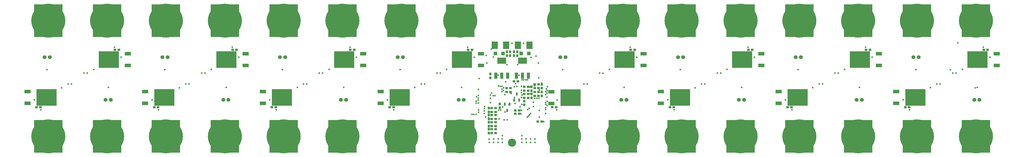
<source format=gbs>
G04*
G04 #@! TF.GenerationSoftware,Altium Limited,Altium Designer,19.0.14 (431)*
G04*
G04 Layer_Color=16711935*
%FSLAX25Y25*%
%MOIN*%
G70*
G01*
G75*
%ADD33R,0.03950X0.03753*%
%ADD34R,0.03753X0.03950*%
%ADD39R,0.03162X0.04737*%
%ADD43C,0.05918*%
%ADD44C,0.12611*%
%ADD45C,0.04737*%
%ADD46C,0.02572*%
%ADD65R,0.43307X0.50000*%
%ADD67R,0.09300X0.11599*%
%ADD68R,0.05524X0.05524*%
%ADD69R,0.30800X0.25800*%
%ADD70R,0.09461X0.05524*%
%ADD71R,0.13595X0.09265*%
%ADD72R,0.04737X0.09265*%
%ADD73C,0.51981*%
D33*
X39370Y-65945D02*
D03*
X45276D02*
D03*
X-2559Y-14764D02*
D03*
X-8465D02*
D03*
X-2559Y-20472D02*
D03*
X-8465D02*
D03*
X4921Y-54134D02*
D03*
X10827D02*
D03*
X4921Y-48819D02*
D03*
X10827D02*
D03*
X8858Y-4328D02*
D03*
X2953D02*
D03*
X18701Y-23622D02*
D03*
X24606D02*
D03*
X-25197Y-77756D02*
D03*
X-31102D02*
D03*
X34449Y-8858D02*
D03*
X40354D02*
D03*
X-25197Y-56102D02*
D03*
X-31102D02*
D03*
X-25197Y-45276D02*
D03*
X-31102D02*
D03*
X18701Y-29528D02*
D03*
X24606D02*
D03*
X-25197Y-62008D02*
D03*
X-31102D02*
D03*
X18701Y-12795D02*
D03*
X24606D02*
D03*
X-25197Y-66929D02*
D03*
X-31102D02*
D03*
X34449Y-20669D02*
D03*
X40354D02*
D03*
X18701Y-18701D02*
D03*
X24606D02*
D03*
X-25197Y-83661D02*
D03*
X-31102D02*
D03*
X-25197Y-72835D02*
D03*
X-31102D02*
D03*
X34449Y-14764D02*
D03*
X40354D02*
D03*
X34449Y-26575D02*
D03*
X40354D02*
D03*
X-25197Y-51181D02*
D03*
X-31102D02*
D03*
X605709Y-44094D02*
D03*
X599803D02*
D03*
X426181D02*
D03*
X420276D02*
D03*
X246654D02*
D03*
X240748D02*
D03*
X67126D02*
D03*
X61221D02*
D03*
X719488Y44094D02*
D03*
X725394D02*
D03*
X539961D02*
D03*
X545866D02*
D03*
X360433D02*
D03*
X366339D02*
D03*
X180905D02*
D03*
X186811D02*
D03*
X-67126D02*
D03*
X-61221D02*
D03*
X-246654D02*
D03*
X-240748D02*
D03*
X-426181D02*
D03*
X-420276D02*
D03*
X-180905Y-44094D02*
D03*
X-186811D02*
D03*
X-360433D02*
D03*
X-366339D02*
D03*
X-539961D02*
D03*
X-545866D02*
D03*
X-605709Y44094D02*
D03*
X-599803D02*
D03*
X-719488Y-44094D02*
D03*
X-725394D02*
D03*
D34*
X-33071Y984D02*
D03*
Y6890D02*
D03*
X7874Y40945D02*
D03*
Y35039D02*
D03*
X-7874Y40945D02*
D03*
Y35039D02*
D03*
X2953Y40945D02*
D03*
Y35039D02*
D03*
X-2953Y40945D02*
D03*
Y35039D02*
D03*
X18701Y-40438D02*
D03*
Y-34533D02*
D03*
X-18758Y-44753D02*
D03*
Y-38848D02*
D03*
X29528Y-29528D02*
D03*
Y-23622D02*
D03*
Y-18701D02*
D03*
Y-12795D02*
D03*
X-35433Y-66929D02*
D03*
Y-72835D02*
D03*
Y-56102D02*
D03*
Y-62008D02*
D03*
Y-77756D02*
D03*
Y-83661D02*
D03*
X45276Y-8858D02*
D03*
Y-14764D02*
D03*
Y-26575D02*
D03*
Y-20669D02*
D03*
X-35433Y-45276D02*
D03*
Y-51181D02*
D03*
D39*
X-7480Y-48819D02*
D03*
X-3740Y-39370D02*
D03*
X-11220D02*
D03*
X7087Y-23622D02*
D03*
X3347Y-33071D02*
D03*
X10827D02*
D03*
D43*
X712992Y-32677D02*
D03*
X705118D02*
D03*
X612205Y32677D02*
D03*
X620079D02*
D03*
X533465Y-32677D02*
D03*
X525591D02*
D03*
X432677Y32677D02*
D03*
X440551D02*
D03*
X353937Y-32677D02*
D03*
X346063D02*
D03*
X253150Y32677D02*
D03*
X261024D02*
D03*
X174409Y-32677D02*
D03*
X166535D02*
D03*
X73622Y32677D02*
D03*
X81496D02*
D03*
X-73622Y-32677D02*
D03*
X-81496D02*
D03*
X-174409Y32677D02*
D03*
X-166535D02*
D03*
X-253150Y-32677D02*
D03*
X-261024D02*
D03*
X-353937Y32677D02*
D03*
X-346063D02*
D03*
X-432677Y-32677D02*
D03*
X-440551D02*
D03*
X-533465Y32677D02*
D03*
X-525591D02*
D03*
X-612205Y-32677D02*
D03*
X-620079D02*
D03*
X-712992Y32677D02*
D03*
X-705118D02*
D03*
D44*
X0Y-98425D02*
D03*
D45*
X707480Y104331D02*
D03*
X702094Y103381D02*
D03*
X697358Y100646D02*
D03*
X693842Y96457D02*
D03*
X691971Y91317D02*
D03*
Y85848D02*
D03*
X693842Y80709D02*
D03*
X697358Y76519D02*
D03*
X702094Y73784D02*
D03*
X707480Y72835D02*
D03*
X712866Y73784D02*
D03*
X717603Y76519D02*
D03*
X721118Y80709D02*
D03*
X722989Y85848D02*
D03*
X722989Y91317D02*
D03*
X721118Y96457D02*
D03*
X717603Y100646D02*
D03*
X712866Y103381D02*
D03*
X707480Y-104331D02*
D03*
X712866Y-103381D02*
D03*
X717603Y-100646D02*
D03*
X721118Y-96457D02*
D03*
X722989Y-91317D02*
D03*
X722989Y-85848D02*
D03*
X721118Y-80709D02*
D03*
X717603Y-76519D02*
D03*
X712866Y-73784D02*
D03*
X707480Y-72835D02*
D03*
X702094Y-73784D02*
D03*
X697358Y-76519D02*
D03*
X693842Y-80709D02*
D03*
X691971Y-85848D02*
D03*
X691971Y-91317D02*
D03*
X693842Y-96457D02*
D03*
X697358Y-100646D02*
D03*
X702094Y-103381D02*
D03*
X617717Y-104331D02*
D03*
X623103Y-103381D02*
D03*
X627839Y-100646D02*
D03*
X631355Y-96457D02*
D03*
X633225Y-91317D02*
D03*
Y-85848D02*
D03*
X631355Y-80709D02*
D03*
X627839Y-76519D02*
D03*
X623103Y-73784D02*
D03*
X617717Y-72835D02*
D03*
X612330Y-73784D02*
D03*
X607594Y-76519D02*
D03*
X604078Y-80709D02*
D03*
X602208Y-85848D02*
D03*
X602208Y-91317D02*
D03*
X604078Y-96457D02*
D03*
X607594Y-100646D02*
D03*
X612330Y-103381D02*
D03*
X617717Y104331D02*
D03*
X612330Y103381D02*
D03*
X607594Y100646D02*
D03*
X604078Y96457D02*
D03*
X602208Y91317D02*
D03*
X602208Y85848D02*
D03*
X604078Y80709D02*
D03*
X607594Y76519D02*
D03*
X612330Y73784D02*
D03*
X617717Y72835D02*
D03*
X623103Y73784D02*
D03*
X627839Y76519D02*
D03*
X631355Y80709D02*
D03*
X633225Y85848D02*
D03*
X633225Y91317D02*
D03*
X631355Y96457D02*
D03*
X627839Y100646D02*
D03*
X623103Y103381D02*
D03*
X527953Y104331D02*
D03*
X522567Y103381D02*
D03*
X517830Y100646D02*
D03*
X514315Y96457D02*
D03*
X512444Y91317D02*
D03*
Y85848D02*
D03*
X514315Y80709D02*
D03*
X517830Y76519D02*
D03*
X522567Y73784D02*
D03*
X527953Y72835D02*
D03*
X533339Y73784D02*
D03*
X538075Y76519D02*
D03*
X541591Y80709D02*
D03*
X543462Y85848D02*
D03*
X543462Y91317D02*
D03*
X541591Y96457D02*
D03*
X538075Y100646D02*
D03*
X533339Y103381D02*
D03*
X527953Y-104331D02*
D03*
X533339Y-103381D02*
D03*
X538075Y-100646D02*
D03*
X541591Y-96457D02*
D03*
X543462Y-91317D02*
D03*
X543462Y-85848D02*
D03*
X541591Y-80709D02*
D03*
X538075Y-76519D02*
D03*
X533339Y-73784D02*
D03*
X527953Y-72835D02*
D03*
X522567Y-73784D02*
D03*
X517830Y-76519D02*
D03*
X514315Y-80709D02*
D03*
X512444Y-85848D02*
D03*
X512444Y-91317D02*
D03*
X514315Y-96457D02*
D03*
X517830Y-100646D02*
D03*
X522567Y-103381D02*
D03*
X438189Y-104331D02*
D03*
X443575Y-103381D02*
D03*
X448312Y-100646D02*
D03*
X451827Y-96457D02*
D03*
X453698Y-91317D02*
D03*
Y-85848D02*
D03*
X451827Y-80709D02*
D03*
X448312Y-76519D02*
D03*
X443575Y-73784D02*
D03*
X438189Y-72835D02*
D03*
X432803Y-73784D02*
D03*
X428066Y-76519D02*
D03*
X424551Y-80709D02*
D03*
X422680Y-85848D02*
D03*
X422680Y-91317D02*
D03*
X424551Y-96457D02*
D03*
X428066Y-100646D02*
D03*
X432803Y-103381D02*
D03*
X438189Y104331D02*
D03*
X432803Y103381D02*
D03*
X428066Y100646D02*
D03*
X424551Y96457D02*
D03*
X422680Y91317D02*
D03*
X422680Y85848D02*
D03*
X424551Y80709D02*
D03*
X428066Y76519D02*
D03*
X432803Y73784D02*
D03*
X438189Y72835D02*
D03*
X443575Y73784D02*
D03*
X448312Y76519D02*
D03*
X451827Y80709D02*
D03*
X453698Y85848D02*
D03*
X453698Y91317D02*
D03*
X451827Y96457D02*
D03*
X448312Y100646D02*
D03*
X443575Y103381D02*
D03*
X348425Y104331D02*
D03*
X343039Y103381D02*
D03*
X338303Y100646D02*
D03*
X334787Y96457D02*
D03*
X332916Y91317D02*
D03*
Y85848D02*
D03*
X334787Y80709D02*
D03*
X338303Y76519D02*
D03*
X343039Y73784D02*
D03*
X348425Y72835D02*
D03*
X353811Y73784D02*
D03*
X358548Y76519D02*
D03*
X362063Y80709D02*
D03*
X363934Y85848D02*
D03*
X363934Y91317D02*
D03*
X362063Y96457D02*
D03*
X358548Y100646D02*
D03*
X353811Y103381D02*
D03*
X348425Y-104331D02*
D03*
X353811Y-103381D02*
D03*
X358548Y-100646D02*
D03*
X362063Y-96457D02*
D03*
X363934Y-91317D02*
D03*
X363934Y-85848D02*
D03*
X362063Y-80709D02*
D03*
X358548Y-76519D02*
D03*
X353811Y-73784D02*
D03*
X348425Y-72835D02*
D03*
X343039Y-73784D02*
D03*
X338302Y-76519D02*
D03*
X334787Y-80709D02*
D03*
X332916Y-85848D02*
D03*
X332916Y-91317D02*
D03*
X334787Y-96457D02*
D03*
X338303Y-100646D02*
D03*
X343039Y-103381D02*
D03*
X258661Y-104331D02*
D03*
X264048Y-103381D02*
D03*
X268784Y-100646D02*
D03*
X272300Y-96457D02*
D03*
X274170Y-91317D02*
D03*
Y-85848D02*
D03*
X272300Y-80709D02*
D03*
X268784Y-76519D02*
D03*
X264048Y-73784D02*
D03*
X258661Y-72835D02*
D03*
X253275Y-73784D02*
D03*
X248539Y-76519D02*
D03*
X245023Y-80709D02*
D03*
X243153Y-85848D02*
D03*
X243153Y-91317D02*
D03*
X245023Y-96457D02*
D03*
X248539Y-100646D02*
D03*
X253275Y-103381D02*
D03*
X258661Y104331D02*
D03*
X253275Y103381D02*
D03*
X248539Y100646D02*
D03*
X245023Y96457D02*
D03*
X243153Y91317D02*
D03*
X243153Y85848D02*
D03*
X245023Y80709D02*
D03*
X248539Y76519D02*
D03*
X253275Y73784D02*
D03*
X258661Y72835D02*
D03*
X264048Y73784D02*
D03*
X268784Y76519D02*
D03*
X272300Y80709D02*
D03*
X274170Y85848D02*
D03*
X274170Y91317D02*
D03*
X272300Y96457D02*
D03*
X268784Y100646D02*
D03*
X264048Y103381D02*
D03*
X168898Y104331D02*
D03*
X163512Y103381D02*
D03*
X158775Y100646D02*
D03*
X155259Y96457D02*
D03*
X153389Y91317D02*
D03*
Y85848D02*
D03*
X155259Y80709D02*
D03*
X158775Y76519D02*
D03*
X163512Y73784D02*
D03*
X168898Y72835D02*
D03*
X174284Y73784D02*
D03*
X179020Y76519D02*
D03*
X182536Y80709D02*
D03*
X184406Y85848D02*
D03*
X184406Y91317D02*
D03*
X182536Y96457D02*
D03*
X179020Y100646D02*
D03*
X174284Y103381D02*
D03*
X168898Y-104331D02*
D03*
X174284Y-103381D02*
D03*
X179020Y-100646D02*
D03*
X182536Y-96457D02*
D03*
X184406Y-91317D02*
D03*
X184406Y-85848D02*
D03*
X182536Y-80709D02*
D03*
X179020Y-76519D02*
D03*
X174284Y-73784D02*
D03*
X168898Y-72835D02*
D03*
X163512Y-73784D02*
D03*
X158775Y-76519D02*
D03*
X155259Y-80709D02*
D03*
X153389Y-85848D02*
D03*
X153389Y-91317D02*
D03*
X155259Y-96457D02*
D03*
X158775Y-100646D02*
D03*
X163512Y-103381D02*
D03*
X79134Y-104331D02*
D03*
X84520Y-103381D02*
D03*
X89257Y-100646D02*
D03*
X92772Y-96457D02*
D03*
X94643Y-91317D02*
D03*
Y-85848D02*
D03*
X92772Y-80709D02*
D03*
X89257Y-76519D02*
D03*
X84520Y-73784D02*
D03*
X79134Y-72835D02*
D03*
X73748Y-73784D02*
D03*
X69011Y-76519D02*
D03*
X65496Y-80709D02*
D03*
X63625Y-85848D02*
D03*
X63625Y-91317D02*
D03*
X65496Y-96457D02*
D03*
X69011Y-100646D02*
D03*
X73748Y-103381D02*
D03*
X79134Y104331D02*
D03*
X73748Y103381D02*
D03*
X69011Y100646D02*
D03*
X65496Y96457D02*
D03*
X63625Y91317D02*
D03*
X63625Y85848D02*
D03*
X65496Y80709D02*
D03*
X69011Y76519D02*
D03*
X73748Y73784D02*
D03*
X79134Y72835D02*
D03*
X84520Y73784D02*
D03*
X89257Y76519D02*
D03*
X92772Y80709D02*
D03*
X94643Y85848D02*
D03*
X94643Y91317D02*
D03*
X92772Y96457D02*
D03*
X89257Y100646D02*
D03*
X84520Y103381D02*
D03*
X-79134Y104331D02*
D03*
X-84520Y103381D02*
D03*
X-89257Y100646D02*
D03*
X-92772Y96457D02*
D03*
X-94643Y91317D02*
D03*
Y85848D02*
D03*
X-92772Y80709D02*
D03*
X-89257Y76519D02*
D03*
X-84520Y73784D02*
D03*
X-79134Y72835D02*
D03*
X-73748Y73784D02*
D03*
X-69011Y76519D02*
D03*
X-65496Y80709D02*
D03*
X-63625Y85848D02*
D03*
X-63625Y91317D02*
D03*
X-65496Y96457D02*
D03*
X-69011Y100646D02*
D03*
X-73748Y103381D02*
D03*
X-79134Y-104331D02*
D03*
X-73748Y-103381D02*
D03*
X-69011Y-100646D02*
D03*
X-65496Y-96457D02*
D03*
X-63625Y-91317D02*
D03*
X-63625Y-85848D02*
D03*
X-65496Y-80709D02*
D03*
X-69011Y-76519D02*
D03*
X-73748Y-73784D02*
D03*
X-79134Y-72835D02*
D03*
X-84520Y-73784D02*
D03*
X-89257Y-76519D02*
D03*
X-92772Y-80709D02*
D03*
X-94643Y-85848D02*
D03*
X-94643Y-91317D02*
D03*
X-92772Y-96457D02*
D03*
X-89257Y-100646D02*
D03*
X-84520Y-103381D02*
D03*
X-168898Y-104331D02*
D03*
X-163512Y-103381D02*
D03*
X-158775Y-100646D02*
D03*
X-155259Y-96457D02*
D03*
X-153389Y-91317D02*
D03*
Y-85848D02*
D03*
X-155259Y-80709D02*
D03*
X-158775Y-76519D02*
D03*
X-163512Y-73784D02*
D03*
X-168898Y-72835D02*
D03*
X-174284Y-73784D02*
D03*
X-179020Y-76519D02*
D03*
X-182536Y-80709D02*
D03*
X-184406Y-85848D02*
D03*
X-184406Y-91317D02*
D03*
X-182536Y-96457D02*
D03*
X-179020Y-100646D02*
D03*
X-174284Y-103381D02*
D03*
X-168898Y104331D02*
D03*
X-174284Y103381D02*
D03*
X-179020Y100646D02*
D03*
X-182536Y96457D02*
D03*
X-184406Y91317D02*
D03*
X-184406Y85848D02*
D03*
X-182536Y80709D02*
D03*
X-179020Y76519D02*
D03*
X-174284Y73784D02*
D03*
X-168898Y72835D02*
D03*
X-163512Y73784D02*
D03*
X-158775Y76519D02*
D03*
X-155259Y80709D02*
D03*
X-153389Y85848D02*
D03*
X-153389Y91317D02*
D03*
X-155259Y96457D02*
D03*
X-158775Y100646D02*
D03*
X-163512Y103381D02*
D03*
X-258661Y104331D02*
D03*
X-264048Y103381D02*
D03*
X-268784Y100646D02*
D03*
X-272300Y96457D02*
D03*
X-274170Y91317D02*
D03*
Y85848D02*
D03*
X-272300Y80709D02*
D03*
X-268784Y76519D02*
D03*
X-264048Y73784D02*
D03*
X-258661Y72835D02*
D03*
X-253275Y73784D02*
D03*
X-248539Y76519D02*
D03*
X-245023Y80709D02*
D03*
X-243153Y85848D02*
D03*
X-243153Y91317D02*
D03*
X-245023Y96457D02*
D03*
X-248539Y100646D02*
D03*
X-253275Y103381D02*
D03*
X-258661Y-104331D02*
D03*
X-253275Y-103381D02*
D03*
X-248539Y-100646D02*
D03*
X-245023Y-96457D02*
D03*
X-243153Y-91317D02*
D03*
X-243153Y-85848D02*
D03*
X-245023Y-80709D02*
D03*
X-248539Y-76519D02*
D03*
X-253275Y-73784D02*
D03*
X-258661Y-72835D02*
D03*
X-264048Y-73784D02*
D03*
X-268784Y-76519D02*
D03*
X-272300Y-80709D02*
D03*
X-274170Y-85848D02*
D03*
X-274170Y-91317D02*
D03*
X-272300Y-96457D02*
D03*
X-268784Y-100646D02*
D03*
X-264048Y-103381D02*
D03*
X-348425Y-104331D02*
D03*
X-343039Y-103381D02*
D03*
X-338303Y-100646D02*
D03*
X-334787Y-96457D02*
D03*
X-332916Y-91317D02*
D03*
Y-85848D02*
D03*
X-334787Y-80709D02*
D03*
X-338303Y-76519D02*
D03*
X-343039Y-73784D02*
D03*
X-348425Y-72835D02*
D03*
X-353811Y-73784D02*
D03*
X-358548Y-76519D02*
D03*
X-362063Y-80709D02*
D03*
X-363934Y-85848D02*
D03*
X-363934Y-91317D02*
D03*
X-362063Y-96457D02*
D03*
X-358548Y-100646D02*
D03*
X-353811Y-103381D02*
D03*
X-348425Y104331D02*
D03*
X-353811Y103381D02*
D03*
X-358548Y100646D02*
D03*
X-362063Y96457D02*
D03*
X-363934Y91317D02*
D03*
X-363934Y85848D02*
D03*
X-362063Y80709D02*
D03*
X-358548Y76519D02*
D03*
X-353811Y73784D02*
D03*
X-348425Y72835D02*
D03*
X-343039Y73784D02*
D03*
X-338303Y76519D02*
D03*
X-334787Y80709D02*
D03*
X-332916Y85848D02*
D03*
X-332916Y91317D02*
D03*
X-334787Y96457D02*
D03*
X-338303Y100646D02*
D03*
X-343039Y103381D02*
D03*
X-438189Y104331D02*
D03*
X-443575Y103381D02*
D03*
X-448312Y100646D02*
D03*
X-451827Y96457D02*
D03*
X-453698Y91317D02*
D03*
Y85848D02*
D03*
X-451827Y80709D02*
D03*
X-448312Y76519D02*
D03*
X-443575Y73784D02*
D03*
X-438189Y72835D02*
D03*
X-432803Y73784D02*
D03*
X-428066Y76519D02*
D03*
X-424551Y80709D02*
D03*
X-422680Y85848D02*
D03*
X-422680Y91317D02*
D03*
X-424551Y96457D02*
D03*
X-428066Y100646D02*
D03*
X-432803Y103381D02*
D03*
X-438189Y-104331D02*
D03*
X-432803Y-103381D02*
D03*
X-428066Y-100646D02*
D03*
X-424551Y-96457D02*
D03*
X-422680Y-91317D02*
D03*
X-422680Y-85848D02*
D03*
X-424551Y-80709D02*
D03*
X-428066Y-76519D02*
D03*
X-432803Y-73784D02*
D03*
X-438189Y-72835D02*
D03*
X-443575Y-73784D02*
D03*
X-448312Y-76519D02*
D03*
X-451827Y-80709D02*
D03*
X-453698Y-85848D02*
D03*
X-453698Y-91317D02*
D03*
X-451827Y-96457D02*
D03*
X-448312Y-100646D02*
D03*
X-443575Y-103381D02*
D03*
X-527953Y-104331D02*
D03*
X-522567Y-103381D02*
D03*
X-517830Y-100646D02*
D03*
X-514315Y-96457D02*
D03*
X-512444Y-91317D02*
D03*
Y-85848D02*
D03*
X-514315Y-80709D02*
D03*
X-517830Y-76519D02*
D03*
X-522567Y-73784D02*
D03*
X-527953Y-72835D02*
D03*
X-533339Y-73784D02*
D03*
X-538075Y-76519D02*
D03*
X-541591Y-80709D02*
D03*
X-543462Y-85848D02*
D03*
X-543462Y-91317D02*
D03*
X-541591Y-96457D02*
D03*
X-538075Y-100646D02*
D03*
X-533339Y-103381D02*
D03*
X-527953Y104331D02*
D03*
X-533339Y103381D02*
D03*
X-538075Y100646D02*
D03*
X-541591Y96457D02*
D03*
X-543462Y91317D02*
D03*
X-543462Y85848D02*
D03*
X-541591Y80709D02*
D03*
X-538075Y76519D02*
D03*
X-533339Y73784D02*
D03*
X-527953Y72835D02*
D03*
X-522567Y73784D02*
D03*
X-517830Y76519D02*
D03*
X-514315Y80709D02*
D03*
X-512444Y85848D02*
D03*
X-512444Y91317D02*
D03*
X-514315Y96457D02*
D03*
X-517830Y100646D02*
D03*
X-522567Y103381D02*
D03*
X-617717Y104331D02*
D03*
X-623103Y103381D02*
D03*
X-627839Y100646D02*
D03*
X-631355Y96457D02*
D03*
X-633225Y91317D02*
D03*
Y85848D02*
D03*
X-631355Y80709D02*
D03*
X-627839Y76519D02*
D03*
X-623103Y73784D02*
D03*
X-617717Y72835D02*
D03*
X-612330Y73784D02*
D03*
X-607594Y76519D02*
D03*
X-604078Y80709D02*
D03*
X-602208Y85848D02*
D03*
X-602208Y91317D02*
D03*
X-604078Y96457D02*
D03*
X-607594Y100646D02*
D03*
X-612330Y103381D02*
D03*
X-617717Y-104331D02*
D03*
X-612330Y-103381D02*
D03*
X-607594Y-100646D02*
D03*
X-604078Y-96457D02*
D03*
X-602208Y-91317D02*
D03*
X-602208Y-85848D02*
D03*
X-604078Y-80709D02*
D03*
X-607594Y-76519D02*
D03*
X-612330Y-73784D02*
D03*
X-617717Y-72835D02*
D03*
X-623103Y-73784D02*
D03*
X-627839Y-76519D02*
D03*
X-631355Y-80709D02*
D03*
X-633225Y-85848D02*
D03*
X-633225Y-91317D02*
D03*
X-631355Y-96457D02*
D03*
X-627839Y-100646D02*
D03*
X-623103Y-103381D02*
D03*
X-707480Y-104331D02*
D03*
X-702094Y-103381D02*
D03*
X-697358Y-100646D02*
D03*
X-693842Y-96457D02*
D03*
X-691971Y-91317D02*
D03*
Y-85848D02*
D03*
X-693842Y-80709D02*
D03*
X-697358Y-76519D02*
D03*
X-702094Y-73784D02*
D03*
X-707480Y-72835D02*
D03*
X-712866Y-73784D02*
D03*
X-717603Y-76519D02*
D03*
X-721118Y-80709D02*
D03*
X-722989Y-85848D02*
D03*
X-722989Y-91317D02*
D03*
X-721118Y-96457D02*
D03*
X-717603Y-100646D02*
D03*
X-712866Y-103381D02*
D03*
X-707480Y104331D02*
D03*
X-712866Y103381D02*
D03*
X-717603Y100646D02*
D03*
X-721118Y96457D02*
D03*
X-722989Y91317D02*
D03*
X-722989Y85848D02*
D03*
X-721118Y80709D02*
D03*
X-717603Y76519D02*
D03*
X-712866Y73784D02*
D03*
X-707480Y72835D02*
D03*
X-702094Y73784D02*
D03*
X-697358Y76519D02*
D03*
X-693842Y80709D02*
D03*
X-691971Y85848D02*
D03*
X-691971Y91317D02*
D03*
X-693842Y96457D02*
D03*
X-697358Y100646D02*
D03*
X-702094Y103381D02*
D03*
D46*
X67815Y-48031D02*
D03*
X-28400Y33000D02*
D03*
X-4700Y-39500D02*
D03*
X37795Y-30315D02*
D03*
X41597Y-17608D02*
D03*
X-7800Y21400D02*
D03*
X12201Y40364D02*
D03*
X8501Y21339D02*
D03*
X45200Y-7300D02*
D03*
X40659Y984D02*
D03*
X27500Y-13000D02*
D03*
X28200Y-23263D02*
D03*
X10500Y5000D02*
D03*
X-35700Y-60376D02*
D03*
X-9646Y-4921D02*
D03*
X-21000Y4900D02*
D03*
X-1575Y-23090D02*
D03*
X-38386Y23622D02*
D03*
X40157D02*
D03*
X36417Y34449D02*
D03*
X28740Y32283D02*
D03*
X-39370Y35433D02*
D03*
X-31890Y44882D02*
D03*
X30315Y46457D02*
D03*
X680043Y54724D02*
D03*
X5312Y-7874D02*
D03*
X26378Y-45669D02*
D03*
X23622Y-1969D02*
D03*
X24016Y-47638D02*
D03*
X20866Y-1969D02*
D03*
X18021D02*
D03*
X15354D02*
D03*
X-32992Y-25298D02*
D03*
X-31102Y-22146D02*
D03*
X-20866Y-11417D02*
D03*
X-28740Y-26378D02*
D03*
X-25984Y-26378D02*
D03*
X-18110Y-11811D02*
D03*
X-15354D02*
D03*
X-6693Y4232D02*
D03*
X-15354Y-20079D02*
D03*
X24882Y4331D02*
D03*
X14272Y-12008D02*
D03*
X14173Y-28937D02*
D03*
Y-18110D02*
D03*
Y-21654D02*
D03*
X13632Y-53937D02*
D03*
X14173Y-48701D02*
D03*
X12205Y-43307D02*
D03*
X-10827Y-51387D02*
D03*
X-14764Y-87598D02*
D03*
X-11024Y-24803D02*
D03*
X14764Y-87598D02*
D03*
X17717Y54134D02*
D03*
X0D02*
D03*
X48228Y-65945D02*
D03*
X41437Y-59449D02*
D03*
X-50197Y0D02*
D03*
X24803Y-12500D02*
D03*
X77167Y13780D02*
D03*
X-25197Y-77756D02*
D03*
X-21260Y-92716D02*
D03*
X51181Y-44685D02*
D03*
Y-47539D02*
D03*
X61220Y-43307D02*
D03*
X51181Y-39764D02*
D03*
X53543Y-41339D02*
D03*
X51181Y-36811D02*
D03*
X34843Y-97835D02*
D03*
X28150D02*
D03*
X21457D02*
D03*
X14764D02*
D03*
X4528Y-38189D02*
D03*
X3543Y-12500D02*
D03*
X7126Y-11969D02*
D03*
X706693Y-14173D02*
D03*
X677264Y8268D02*
D03*
X-14764Y-97835D02*
D03*
X-21457D02*
D03*
X-28150D02*
D03*
X-34843D02*
D03*
X-35433Y-72835D02*
D03*
Y-51073D02*
D03*
X-7480Y-63189D02*
D03*
X-12205D02*
D03*
X3543Y-28937D02*
D03*
X15157Y-25197D02*
D03*
X-20472Y-48425D02*
D03*
X-17323D02*
D03*
X-14567Y-43701D02*
D03*
X34646Y-30315D02*
D03*
X40945D02*
D03*
X52165Y-16043D02*
D03*
X53642Y-18602D02*
D03*
X51181Y-20079D02*
D03*
X59252Y-19882D02*
D03*
X668504Y13386D02*
D03*
X709447Y-13780D02*
D03*
X68405Y-32874D02*
D03*
X53937Y-12500D02*
D03*
X109449Y-8268D02*
D03*
X138583Y7972D02*
D03*
X148425Y14075D02*
D03*
X279331Y-14173D02*
D03*
X53150Y-22146D02*
D03*
X51279Y-24803D02*
D03*
X53150Y-28543D02*
D03*
X288976Y-8268D02*
D03*
X318110Y8366D02*
D03*
X327953Y14173D02*
D03*
X53642Y-34941D02*
D03*
X458661Y-14075D02*
D03*
X468504Y-8169D02*
D03*
X497638Y8268D02*
D03*
X507382Y13878D02*
D03*
X638189Y-14075D02*
D03*
X648032Y-8268D02*
D03*
X41437Y-48819D02*
D03*
X687008Y14075D02*
D03*
X51083Y-53543D02*
D03*
X-35531Y-45079D02*
D03*
X-42028Y-43012D02*
D03*
Y-46358D02*
D03*
X-40354Y-59055D02*
D03*
X-19685Y-62008D02*
D03*
X-61023Y-55118D02*
D03*
X-58268D02*
D03*
X-55118Y-55118D02*
D03*
X-709447Y13780D02*
D03*
X-51575Y-33071D02*
D03*
Y-29921D02*
D03*
Y-37795D02*
D03*
X-54724Y-34646D02*
D03*
X-25000Y-66831D02*
D03*
X-25098Y-56102D02*
D03*
X-25197Y-45276D02*
D03*
X34449Y-10827D02*
D03*
Y-20472D02*
D03*
X-51575Y-16535D02*
D03*
X-109448Y8268D02*
D03*
X-99606Y14075D02*
D03*
X-51575Y-25984D02*
D03*
X-54068Y-27874D02*
D03*
X-50787Y20079D02*
D03*
X-138583Y-8268D02*
D03*
X-148425Y-13780D02*
D03*
X-288976Y8268D02*
D03*
X-279134Y14173D02*
D03*
X-54724Y-37795D02*
D03*
X-318110Y-8268D02*
D03*
X-327559Y-13780D02*
D03*
X-42520Y-49606D02*
D03*
X-458661Y14075D02*
D03*
X-468504Y8268D02*
D03*
X-51181Y-48425D02*
D03*
X-42520Y-53543D02*
D03*
X-507480Y-14173D02*
D03*
X-497638Y-8268D02*
D03*
X-51181Y-51575D02*
D03*
X-648032Y8268D02*
D03*
X-638189Y13780D02*
D03*
X-677165Y-8268D02*
D03*
X-687008Y-14173D02*
D03*
X14803Y-92716D02*
D03*
X21260D02*
D03*
X34803D02*
D03*
X28150D02*
D03*
X23110Y-59449D02*
D03*
X24882Y-57480D02*
D03*
X26654Y-55551D02*
D03*
X28307Y-53543D02*
D03*
X-33071Y-36906D02*
D03*
X-15354Y-16142D02*
D03*
X-13081Y-18199D02*
D03*
Y-14173D02*
D03*
X-14961Y-92520D02*
D03*
X-28150Y-92716D02*
D03*
X-35039Y-92913D02*
D03*
X-7087Y-48819D02*
D03*
X7087Y-23622D02*
D03*
X14961Y-39764D02*
D03*
X32677Y-36220D02*
D03*
Y-43110D02*
D03*
X-33071Y-30315D02*
D03*
X653051Y-8268D02*
D03*
X606299Y-48031D02*
D03*
X615750Y13780D02*
D03*
X586024Y-20079D02*
D03*
X596457Y-32677D02*
D03*
X473524Y-8268D02*
D03*
X426772Y-48031D02*
D03*
X436222Y13780D02*
D03*
X406496Y-20079D02*
D03*
X416929Y-32677D02*
D03*
X293996Y-8268D02*
D03*
X247244Y-48031D02*
D03*
X256694Y13780D02*
D03*
X226969Y-20079D02*
D03*
X237402Y-32677D02*
D03*
X114469Y-8268D02*
D03*
X-114469Y8268D02*
D03*
X-67716Y48031D02*
D03*
X-77167Y-13780D02*
D03*
X-57874Y32677D02*
D03*
X-293996Y8268D02*
D03*
X-247244Y48031D02*
D03*
X-226969Y20079D02*
D03*
X-256694Y-13780D02*
D03*
X-237402Y32677D02*
D03*
X-473524Y8268D02*
D03*
X-426772Y48031D02*
D03*
X-406496Y20079D02*
D03*
X-436222Y-13780D02*
D03*
X-416929Y32677D02*
D03*
X672146Y8268D02*
D03*
X718898Y48031D02*
D03*
X739173Y20079D02*
D03*
X728740Y32677D02*
D03*
X492618Y8268D02*
D03*
X539370Y48031D02*
D03*
X559646Y20079D02*
D03*
X529920Y-13780D02*
D03*
X549213Y32677D02*
D03*
X313090Y8268D02*
D03*
X359842Y48031D02*
D03*
X380118Y20079D02*
D03*
X350392Y-13780D02*
D03*
X369685Y32677D02*
D03*
X133563Y8268D02*
D03*
X190157Y32677D02*
D03*
X180315Y48031D02*
D03*
X170865Y-13780D02*
D03*
X200591Y20079D02*
D03*
X-133563Y-8268D02*
D03*
X-190157Y-32677D02*
D03*
X-180315Y-48031D02*
D03*
X-170865Y13780D02*
D03*
X-200591Y-20079D02*
D03*
X-313090Y-8268D02*
D03*
X-369685Y-32677D02*
D03*
X-359842Y-48031D02*
D03*
X-350392Y13780D02*
D03*
X-380118Y-20079D02*
D03*
X-492618Y-8268D02*
D03*
X-549213Y-32677D02*
D03*
X-539370Y-48031D02*
D03*
X-529920Y13780D02*
D03*
X-559646Y-20079D02*
D03*
X-653051Y8268D02*
D03*
X-596457Y32677D02*
D03*
X-606299Y48031D02*
D03*
X-615750Y-13780D02*
D03*
X-586024Y20079D02*
D03*
X-739173Y-20079D02*
D03*
X-728740Y-32677D02*
D03*
X-718898Y-48031D02*
D03*
X-672146Y-8268D02*
D03*
D65*
X707480Y88583D02*
D03*
Y-88583D02*
D03*
X617717D02*
D03*
Y88582D02*
D03*
X527953Y88583D02*
D03*
Y-88583D02*
D03*
X438189D02*
D03*
Y88583D02*
D03*
X348425Y88583D02*
D03*
Y-88583D02*
D03*
X258661D02*
D03*
Y88582D02*
D03*
X168898Y88583D02*
D03*
Y-88583D02*
D03*
X79134Y-88583D02*
D03*
Y88582D02*
D03*
X-79134Y88583D02*
D03*
Y-88583D02*
D03*
X-168898D02*
D03*
Y88583D02*
D03*
X-258661Y88583D02*
D03*
Y-88583D02*
D03*
X-348425D02*
D03*
Y88582D02*
D03*
X-438189Y88583D02*
D03*
Y-88583D02*
D03*
X-527953D02*
D03*
Y88583D02*
D03*
X-617717Y88583D02*
D03*
Y-88583D02*
D03*
X-707480Y-88583D02*
D03*
Y88582D02*
D03*
D67*
X9016Y51181D02*
D03*
X26417D02*
D03*
X-9016D02*
D03*
X-26417D02*
D03*
D68*
X25591Y38386D02*
D03*
X13780D02*
D03*
X-13780D02*
D03*
X-25591D02*
D03*
D69*
X-76575Y28937D02*
D03*
X-710039Y-28937D02*
D03*
X89173Y-29331D02*
D03*
X615158Y-28937D02*
D03*
X256102D02*
D03*
X435630D02*
D03*
X530512Y28937D02*
D03*
X350984D02*
D03*
X171457D02*
D03*
X710039D02*
D03*
X-256102D02*
D03*
X-435630D02*
D03*
X-171457Y-28937D02*
D03*
X-350984D02*
D03*
X-530512D02*
D03*
X-615158Y28937D02*
D03*
D70*
X-47441Y37992D02*
D03*
Y19882D02*
D03*
X-739173Y-37992D02*
D03*
Y-19882D02*
D03*
X60039Y-20276D02*
D03*
Y-38386D02*
D03*
X586024Y-19882D02*
D03*
Y-37992D02*
D03*
X226968Y-19882D02*
D03*
Y-37992D02*
D03*
X406496Y-19882D02*
D03*
Y-37992D02*
D03*
X559646Y19882D02*
D03*
Y37992D02*
D03*
X380118Y19882D02*
D03*
Y37992D02*
D03*
X200591Y19882D02*
D03*
Y37992D02*
D03*
X739173Y19882D02*
D03*
Y37992D02*
D03*
X-226968Y19882D02*
D03*
Y37992D02*
D03*
X-406496Y19882D02*
D03*
Y37992D02*
D03*
X-200591Y-19882D02*
D03*
Y-37992D02*
D03*
X-380118Y-19882D02*
D03*
Y-37992D02*
D03*
X-559646Y-19882D02*
D03*
Y-37992D02*
D03*
X-586024Y19882D02*
D03*
Y37992D02*
D03*
D71*
X-15748Y27264D02*
D03*
X15748D02*
D03*
D72*
X-24803Y4232D02*
D03*
X-15748D02*
D03*
X-6693D02*
D03*
X6693D02*
D03*
X15748D02*
D03*
X24803D02*
D03*
D73*
X707480Y-88583D02*
D03*
Y88583D02*
D03*
X617717D02*
D03*
Y-88583D02*
D03*
X527953D02*
D03*
Y88583D02*
D03*
X438189Y88583D02*
D03*
Y-88583D02*
D03*
X348425Y-88583D02*
D03*
Y88583D02*
D03*
X258661D02*
D03*
Y-88583D02*
D03*
X168898D02*
D03*
Y88583D02*
D03*
X79134Y88583D02*
D03*
Y-88583D02*
D03*
X-79134Y-88583D02*
D03*
Y88583D02*
D03*
X-168898Y88583D02*
D03*
Y-88583D02*
D03*
X-258661Y-88583D02*
D03*
Y88583D02*
D03*
X-348425D02*
D03*
Y-88583D02*
D03*
X-438189D02*
D03*
Y88583D02*
D03*
X-527953Y88583D02*
D03*
Y-88583D02*
D03*
X-617717Y-88583D02*
D03*
Y88583D02*
D03*
X-707480Y88583D02*
D03*
Y-88583D02*
D03*
M02*

</source>
